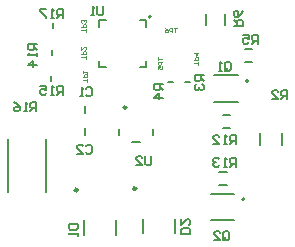
<source format=gbr>
G04*
G04 #@! TF.GenerationSoftware,Altium Limited,Altium Designer,23.10.1 (27)*
G04*
G04 Layer_Color=32896*
%FSLAX42Y42*%
%MOMM*%
G71*
G04*
G04 #@! TF.SameCoordinates,D788F153-7B32-47A3-9728-DC68925F5BF0*
G04*
G04*
G04 #@! TF.FilePolarity,Positive*
G04*
G01*
G75*
%ADD10C,0.25*%
%ADD11C,0.20*%
%ADD12C,0.15*%
%ADD13C,0.13*%
%ADD16C,0.25*%
%ADD17C,0.06*%
D10*
X-248Y2622D02*
G03*
X-248Y2622I-12J0D01*
G01*
D11*
X752Y1843D02*
G03*
X752Y1843I-10J0D01*
G01*
X782Y2846D02*
G03*
X782Y2846I-10J0D01*
G01*
X-41Y3391D02*
G03*
X-41Y3391I-10J0D01*
G01*
X586Y3320D02*
Y3410D01*
X430Y3320D02*
Y3410D01*
X-335Y1546D02*
Y1666D01*
X-605Y1546D02*
Y1666D01*
X-110Y1559D02*
Y1679D01*
X160Y1559D02*
Y1679D01*
X-20Y2386D02*
Y2440D01*
X-198Y2333D02*
X-132D01*
X-310Y2386D02*
Y2440D01*
X887Y2304D02*
Y2404D01*
X1068Y2304D02*
Y2404D01*
X-597Y2391D02*
Y2451D01*
Y2574D02*
Y2633D01*
D12*
X-883Y2850D02*
Y2890D01*
X107Y2838D02*
X147D01*
X247D02*
X287D01*
X-876Y3066D02*
Y3106D01*
X540Y1964D02*
X600D01*
X540Y2074D02*
X600D01*
X566Y2447D02*
X626D01*
X566Y2557D02*
X626D01*
X-870Y3295D02*
Y3335D01*
X757Y3006D02*
X817D01*
X757Y3116D02*
X817D01*
D13*
X467Y1890D02*
X667D01*
X467Y1666D02*
X667D01*
X497Y2893D02*
X697D01*
X497Y2669D02*
X697D01*
X-932Y1903D02*
Y2359D01*
X-1252Y1903D02*
Y2359D01*
X-479Y2962D02*
X-424D01*
X-479Y3362D02*
X-424D01*
X-134Y2962D02*
X-79D01*
X-134Y3362D02*
X-79D01*
X-479Y2962D02*
Y3017D01*
Y3307D02*
Y3362D01*
X-79Y2962D02*
Y3017D01*
Y3307D02*
Y3362D01*
X-38Y2210D02*
Y2146D01*
X-51Y2134D01*
X-76D01*
X-89Y2146D01*
Y2210D01*
X-165Y2134D02*
X-114D01*
X-165Y2184D01*
Y2197D01*
X-152Y2210D01*
X-127D01*
X-114Y2197D01*
X-445Y3480D02*
Y3416D01*
X-457Y3404D01*
X-483D01*
X-495Y3416D01*
Y3480D01*
X-521Y3404D02*
X-546D01*
X-533D01*
Y3480D01*
X-521Y3467D01*
X-788Y3378D02*
Y3454D01*
X-826D01*
X-839Y3442D01*
Y3416D01*
X-826Y3404D01*
X-788D01*
X-813D02*
X-839Y3378D01*
X-864D02*
X-890D01*
X-877D01*
Y3454D01*
X-864Y3442D01*
X-928Y3454D02*
X-978D01*
Y3442D01*
X-928Y3391D01*
Y3378D01*
X-1010Y2591D02*
Y2667D01*
X-1048D01*
X-1060Y2654D01*
Y2629D01*
X-1048Y2616D01*
X-1010D01*
X-1035D02*
X-1060Y2591D01*
X-1086D02*
X-1111D01*
X-1099D01*
Y2667D01*
X-1086Y2654D01*
X-1200Y2667D02*
X-1175Y2654D01*
X-1149Y2629D01*
Y2604D01*
X-1162Y2591D01*
X-1187D01*
X-1200Y2604D01*
Y2616D01*
X-1187Y2629D01*
X-1149D01*
X-788Y2731D02*
Y2807D01*
X-826D01*
X-839Y2794D01*
Y2769D01*
X-826Y2756D01*
X-788D01*
X-813D02*
X-839Y2731D01*
X-864D02*
X-890D01*
X-877D01*
Y2807D01*
X-864Y2794D01*
X-978Y2807D02*
X-928D01*
Y2769D01*
X-953Y2781D01*
X-966D01*
X-978Y2769D01*
Y2743D01*
X-966Y2731D01*
X-940D01*
X-928Y2743D01*
X-1003Y3156D02*
X-1079D01*
Y3118D01*
X-1067Y3105D01*
X-1041D01*
X-1029Y3118D01*
Y3156D01*
Y3131D02*
X-1003Y3105D01*
Y3080D02*
Y3054D01*
Y3067D01*
X-1079D01*
X-1067Y3080D01*
X-1003Y2978D02*
X-1079D01*
X-1041Y3016D01*
Y2965D01*
X679Y2121D02*
Y2197D01*
X641D01*
X629Y2184D01*
Y2159D01*
X641Y2146D01*
X679D01*
X654D02*
X629Y2121D01*
X603D02*
X578D01*
X591D01*
Y2197D01*
X603Y2184D01*
X540D02*
X527Y2197D01*
X502D01*
X489Y2184D01*
Y2172D01*
X502Y2159D01*
X514D01*
X502D01*
X489Y2146D01*
Y2134D01*
X502Y2121D01*
X527D01*
X540Y2134D01*
X678Y2311D02*
Y2388D01*
X640D01*
X627Y2375D01*
Y2350D01*
X640Y2337D01*
X678D01*
X653D02*
X627Y2311D01*
X602D02*
X577D01*
X589D01*
Y2388D01*
X602Y2375D01*
X488Y2311D02*
X539D01*
X488Y2362D01*
Y2375D01*
X500Y2388D01*
X526D01*
X539Y2375D01*
X660Y3315D02*
X737D01*
Y3353D01*
X724Y3366D01*
X699D01*
X686Y3353D01*
Y3315D01*
Y3340D02*
X660Y3366D01*
X737Y3442D02*
X724Y3416D01*
X699Y3391D01*
X673D01*
X660Y3404D01*
Y3429D01*
X673Y3442D01*
X686D01*
X699Y3429D01*
Y3391D01*
X864Y3162D02*
Y3238D01*
X825D01*
X813Y3226D01*
Y3200D01*
X825Y3188D01*
X864D01*
X838D02*
X813Y3162D01*
X737Y3238D02*
X787D01*
Y3200D01*
X762Y3213D01*
X749D01*
X737Y3200D01*
Y3175D01*
X749Y3162D01*
X775D01*
X787Y3175D01*
X63Y2819D02*
X-13D01*
Y2781D01*
X0Y2769D01*
X25D01*
X38Y2781D01*
Y2819D01*
Y2794D02*
X63Y2769D01*
Y2705D02*
X-13D01*
X25Y2743D01*
Y2692D01*
X406Y2896D02*
X330D01*
Y2857D01*
X343Y2845D01*
X368D01*
X381Y2857D01*
Y2896D01*
Y2870D02*
X406Y2845D01*
X343Y2819D02*
X330Y2807D01*
Y2781D01*
X343Y2769D01*
X356D01*
X368Y2781D01*
Y2794D01*
Y2781D01*
X381Y2769D01*
X394D01*
X406Y2781D01*
Y2807D01*
X394Y2819D01*
X1115Y2692D02*
Y2769D01*
X1077D01*
X1064Y2756D01*
Y2730D01*
X1077Y2718D01*
X1115D01*
X1090D02*
X1064Y2692D01*
X988D02*
X1039D01*
X988Y2743D01*
Y2756D01*
X1001Y2769D01*
X1026D01*
X1039Y2756D01*
X571Y1510D02*
Y1561D01*
X583Y1573D01*
X609D01*
X621Y1561D01*
Y1510D01*
X609Y1497D01*
X583D01*
X596Y1523D02*
X571Y1497D01*
X583D02*
X571Y1510D01*
X494Y1497D02*
X545D01*
X494Y1548D01*
Y1561D01*
X507Y1573D01*
X533D01*
X545Y1561D01*
X584Y2946D02*
Y2997D01*
X597Y3010D01*
X622D01*
X635Y2997D01*
Y2946D01*
X622Y2934D01*
X597D01*
X610Y2959D02*
X584Y2934D01*
X597D02*
X584Y2946D01*
X559Y2934D02*
X533D01*
X546D01*
Y3010D01*
X559Y2997D01*
X292Y1549D02*
X216D01*
Y1588D01*
X229Y1600D01*
X279D01*
X292Y1588D01*
Y1549D01*
X216Y1676D02*
Y1626D01*
X267Y1676D01*
X279D01*
X292Y1664D01*
Y1638D01*
X279Y1626D01*
X-737Y1638D02*
X-660D01*
Y1600D01*
X-673Y1588D01*
X-724D01*
X-737Y1600D01*
Y1638D01*
X-660Y1562D02*
Y1537D01*
Y1549D01*
X-737D01*
X-724Y1562D01*
X-590Y2294D02*
X-578Y2307D01*
X-552D01*
X-540Y2294D01*
Y2243D01*
X-552Y2231D01*
X-578D01*
X-590Y2243D01*
X-667Y2231D02*
X-616D01*
X-667Y2281D01*
Y2294D01*
X-654Y2307D01*
X-628D01*
X-616Y2294D01*
X-590Y2781D02*
X-578Y2794D01*
X-552D01*
X-540Y2781D01*
Y2731D01*
X-552Y2718D01*
X-578D01*
X-590Y2731D01*
X-616Y2718D02*
X-641D01*
X-628D01*
Y2794D01*
X-616Y2781D01*
D16*
X-660Y1924D02*
G03*
X-660Y1924I-13J0D01*
G01*
X-165Y1936D02*
G03*
X-165Y1936I-13J0D01*
G01*
D17*
X178Y3296D02*
X152D01*
X165D01*
Y3258D01*
X140D02*
Y3296D01*
X121D01*
X114Y3289D01*
Y3277D01*
X121Y3270D01*
X140D01*
X76Y3296D02*
X89Y3289D01*
X102Y3277D01*
Y3264D01*
X95Y3258D01*
X83D01*
X76Y3264D01*
Y3270D01*
X83Y3277D01*
X102D01*
X19Y3048D02*
Y3023D01*
Y3035D01*
X57D01*
Y3010D02*
X19D01*
Y2991D01*
X25Y2985D01*
X38D01*
X44Y2991D01*
Y3010D01*
X19Y2946D02*
Y2972D01*
X38D01*
X32Y2959D01*
Y2953D01*
X38Y2946D01*
X51D01*
X57Y2953D01*
Y2965D01*
X51Y2972D01*
X362Y2985D02*
Y3010D01*
Y2997D01*
X324D01*
Y3023D02*
X362D01*
Y3042D01*
X356Y3048D01*
X343D01*
X337Y3042D01*
Y3023D01*
X324Y3080D02*
X362D01*
X343Y3061D01*
Y3086D01*
X-591Y3264D02*
Y3289D01*
Y3277D01*
X-629D01*
Y3302D02*
X-591D01*
Y3321D01*
X-597Y3327D01*
X-610D01*
X-616Y3321D01*
Y3302D01*
X-597Y3340D02*
X-591Y3346D01*
Y3359D01*
X-597Y3365D01*
X-603D01*
X-610Y3359D01*
Y3353D01*
Y3359D01*
X-616Y3365D01*
X-622D01*
X-629Y3359D01*
Y3346D01*
X-622Y3340D01*
X-591Y3035D02*
Y3061D01*
Y3048D01*
X-629D01*
Y3073D02*
X-591D01*
Y3092D01*
X-597Y3099D01*
X-610D01*
X-616Y3092D01*
Y3073D01*
X-629Y3137D02*
Y3111D01*
X-603Y3137D01*
X-597D01*
X-591Y3131D01*
Y3118D01*
X-597Y3111D01*
X-578Y2838D02*
Y2864D01*
Y2851D01*
X-616D01*
Y2877D02*
X-578D01*
Y2896D01*
X-584Y2902D01*
X-597D01*
X-603Y2896D01*
Y2877D01*
X-616Y2915D02*
Y2927D01*
Y2921D01*
X-578D01*
X-584Y2915D01*
M02*

</source>
